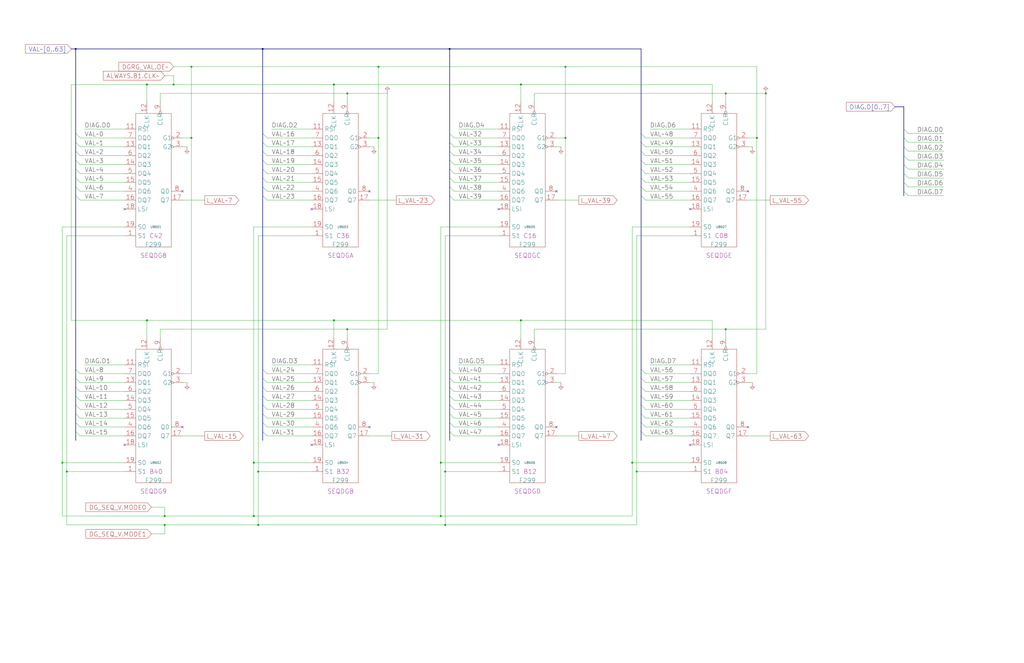
<source format=kicad_sch>
(kicad_sch (version 20250114) (generator "eeschema") (generator_version "9.0")
  (paper "User" 584.2 378.46)
  (title_block (title "DIAGNOSTIC REGISTER") (date "22-MAY-90") (rev "1.0") (comment 1 "SEQUENCER") (comment 2 "232-003064") (comment 3 "S400") (comment 4 "RELEASED"))
  (lib_symbols
    (symbol "r1000:F299" (pin_names (offset 1.016))
      (property "Reference" "U" (at 2.54 5.08 0))
      (property "Value" "F299" (at -3.81 -5.08 0))
      (property "Location" "___" (at -1.27 0 0))
      (property "Name" "______" (at 1.27 -12.7 0))
      (symbol "F299_1_1"
        (rectangle (start -8.89 69.85) (end 11.43 -6.35))
        (circle (center 5.08 70.485) (radius 0.635))
        (circle (center 12.065 55.88) (radius 0.635))
        (circle (center 12.065 50.8) (radius 0.635))
        (pin input line (at -15.24 60.96 0) (length 6.35) (name "RSI") (number "11"))
        (pin bidirectional line (at -15.24 55.88 0) (length 6.35) (name "DQ0") (number "7"))
        (pin bidirectional line (at -15.24 50.8 0) (length 6.35) (name "DQ1") (number "13"))
        (pin bidirectional line (at -15.24 45.72 0) (length 6.35) (name "DQ2") (number "6"))
        (pin bidirectional line (at -15.24 40.64 0) (length 6.35) (name "DQ3") (number "14"))
        (pin bidirectional line (at -15.24 35.56 0) (length 6.35) (name "DQ4") (number "5"))
        (pin bidirectional line (at -15.24 30.48 0) (length 6.35) (name "DQ5") (number "15"))
        (pin bidirectional line (at -15.24 25.4 0) (length 6.35) (name "DQ6") (number "4"))
        (pin bidirectional line (at -15.24 20.32 0) (length 6.35) (name "DQ7") (number "16"))
        (pin input line (at -15.24 15.24 0) (length 6.35) (name "LSI") (number "18"))
        (pin input line (at -15.24 5.08 0) (length 6.35) (name "S0") (number "19"))
        (pin input line (at -15.24 0 0) (length 6.35) (name "S1") (number "1"))
        (pin input line (at -2.54 76.2 270) (length 6.35) (name "CLK") (number "12"))
        (pin input line (at 5.08 76.2 270) (length 5.08) (name "CLR") (number "9"))
        (pin input line (at 17.78 55.88 180) (length 5.08) (name "G1") (number "2"))
        (pin input line (at 17.78 50.8 180) (length 5.08) (name "G2") (number "3"))
        (pin output line (at 17.78 25.4 180) (length 6.35) (name "Q0") (number "8"))
        (pin output line (at 17.78 20.32 180) (length 6.35) (name "Q7") (number "17"))
      )
    )
    (symbol "r1000:PD" (power) (pin_numbers (hide yes)) (pin_names (hide yes)) (in_bom no)
      (symbol "PD_0_1"
        (polyline (pts (xy 0 -2.54) (xy 1.27 -2.54) (xy 0 -3.81) (xy -1.27 -2.54) (xy 0 -2.54)) (stroke (width 0.1524)))
      )
      (symbol "PD_1_1"
        (pin power_in line (at 0 0 270) (length 2.54) (name "PD") (number "1"))
      )
    )
    (symbol "r1000:PU" (power) (pin_numbers (hide yes)) (pin_names (hide yes))
      (symbol "PU_0_1"
        (polyline (pts (xy 0 2.54) (xy -1.27 2.54) (xy 0 3.81) (xy 1.27 2.54) (xy 0 2.54)) (stroke (width 0.1524)))
      )
      (symbol "PU_1_1"
        (pin power_in line (at 0 0 90) (length 2.54) (name "PU") (number "1"))
      )
    )
  )
  (junction (at 190.5 48.26))
  (junction (at 43.18 27.94))
  (junction (at 431.8 78.74))
  (junction (at 414.02 53.34))
  (junction (at 254 269.24))
  (junction (at 198.12 187.96))
  (junction (at 147.32 299.72))
  (junction (at 414.02 187.96))
  (junction (at 360.68 264.16))
  (junction (at 198.12 53.34))
  (junction (at 363.22 269.24))
  (junction (at 93.98 294.64))
  (junction (at 93.98 299.72))
  (junction (at 38.1 269.24))
  (junction (at 83.82 182.88))
  (junction (at 251.46 264.16))
  (junction (at 147.32 269.24))
  (junction (at 322.58 38.1))
  (junction (at 35.56 264.16))
  (junction (at 297.18 182.88))
  (junction (at 251.46 294.64))
  (junction (at 436.88 53.34))
  (junction (at 109.22 78.74))
  (junction (at 109.22 38.1))
  (junction (at 144.78 294.64))
  (junction (at 215.9 38.1))
  (junction (at 144.78 264.16))
  (junction (at 215.9 78.74))
  (junction (at 190.5 182.88))
  (junction (at 149.86 27.94))
  (junction (at 297.18 48.26))
  (junction (at 254 299.72))
  (junction (at 83.82 48.26))
  (junction (at 322.58 78.74))
  (junction (at 99.06 48.26))
  (junction (at 256.54 27.94))
  (no_connect (at 104.14 109.22))
  (no_connect (at 317.5 243.84))
  (no_connect (at 284.48 254))
  (no_connect (at 284.48 119.38))
  (no_connect (at 393.7 119.38))
  (no_connect (at 177.8 119.38))
  (no_connect (at 317.5 109.22))
  (no_connect (at 426.72 109.22))
  (no_connect (at 177.8 254))
  (no_connect (at 426.72 243.84))
  (no_connect (at 210.82 243.84))
  (no_connect (at 393.7 254))
  (no_connect (at 71.12 254))
  (no_connect (at 210.82 109.22))
  (no_connect (at 71.12 119.38))
  (no_connect (at 104.14 243.84))
  (bus_entry (at 43.18 236.22) (size 2.54 2.54))
  (bus_entry (at 149.86 101.6) (size 2.54 2.54))
  (bus_entry (at 149.86 91.44) (size 2.54 2.54))
  (bus_entry (at 43.18 226.06) (size 2.54 2.54))
  (bus_entry (at 149.86 76.2) (size 2.54 2.54))
  (bus_entry (at 515.62 83.82) (size 2.54 2.54))
  (bus_entry (at 43.18 86.36) (size 2.54 2.54))
  (bus_entry (at 256.54 231.14) (size 2.54 2.54))
  (bus_entry (at 43.18 210.82) (size 2.54 2.54))
  (bus_entry (at 365.76 220.98) (size 2.54 2.54))
  (bus_entry (at 149.86 246.38) (size 2.54 2.54))
  (bus_entry (at 256.54 81.28) (size 2.54 2.54))
  (bus_entry (at 149.86 220.98) (size 2.54 2.54))
  (bus_entry (at 43.18 101.6) (size 2.54 2.54))
  (bus_entry (at 256.54 111.76) (size 2.54 2.54))
  (bus_entry (at 365.76 76.2) (size 2.54 2.54))
  (bus_entry (at 43.18 106.68) (size 2.54 2.54))
  (bus_entry (at 256.54 76.2) (size 2.54 2.54))
  (bus_entry (at 43.18 96.52) (size 2.54 2.54))
  (bus_entry (at 515.62 99.06) (size 2.54 2.54))
  (bus_entry (at 256.54 86.36) (size 2.54 2.54))
  (bus_entry (at 256.54 226.06) (size 2.54 2.54))
  (bus_entry (at 256.54 220.98) (size 2.54 2.54))
  (bus_entry (at 515.62 93.98) (size 2.54 2.54))
  (bus_entry (at 43.18 215.9) (size 2.54 2.54))
  (bus_entry (at 365.76 231.14) (size 2.54 2.54))
  (bus_entry (at 149.86 96.52) (size 2.54 2.54))
  (bus_entry (at 43.18 76.2) (size 2.54 2.54))
  (bus_entry (at 43.18 241.3) (size 2.54 2.54))
  (bus_entry (at 149.86 215.9) (size 2.54 2.54))
  (bus_entry (at 149.86 106.68) (size 2.54 2.54))
  (bus_entry (at 256.54 241.3) (size 2.54 2.54))
  (bus_entry (at 365.76 236.22) (size 2.54 2.54))
  (bus_entry (at 515.62 104.14) (size 2.54 2.54))
  (bus_entry (at 365.76 81.28) (size 2.54 2.54))
  (bus_entry (at 256.54 91.44) (size 2.54 2.54))
  (bus_entry (at 365.76 226.06) (size 2.54 2.54))
  (bus_entry (at 515.62 78.74) (size 2.54 2.54))
  (bus_entry (at 149.86 226.06) (size 2.54 2.54))
  (bus_entry (at 149.86 231.14) (size 2.54 2.54))
  (bus_entry (at 365.76 111.76) (size 2.54 2.54))
  (bus_entry (at 365.76 91.44) (size 2.54 2.54))
  (bus_entry (at 43.18 220.98) (size 2.54 2.54))
  (bus_entry (at 256.54 101.6) (size 2.54 2.54))
  (bus_entry (at 515.62 109.22) (size 2.54 2.54))
  (bus_entry (at 43.18 91.44) (size 2.54 2.54))
  (bus_entry (at 43.18 246.38) (size 2.54 2.54))
  (bus_entry (at 149.86 111.76) (size 2.54 2.54))
  (bus_entry (at 149.86 236.22) (size 2.54 2.54))
  (bus_entry (at 256.54 246.38) (size 2.54 2.54))
  (bus_entry (at 43.18 111.76) (size 2.54 2.54))
  (bus_entry (at 256.54 215.9) (size 2.54 2.54))
  (bus_entry (at 365.76 86.36) (size 2.54 2.54))
  (bus_entry (at 365.76 96.52) (size 2.54 2.54))
  (bus_entry (at 43.18 81.28) (size 2.54 2.54))
  (bus_entry (at 515.62 73.66) (size 2.54 2.54))
  (bus_entry (at 365.76 106.68) (size 2.54 2.54))
  (bus_entry (at 256.54 210.82) (size 2.54 2.54))
  (bus_entry (at 256.54 96.52) (size 2.54 2.54))
  (bus_entry (at 365.76 246.38) (size 2.54 2.54))
  (bus_entry (at 149.86 81.28) (size 2.54 2.54))
  (bus_entry (at 256.54 236.22) (size 2.54 2.54))
  (bus_entry (at 365.76 241.3) (size 2.54 2.54))
  (bus_entry (at 515.62 88.9) (size 2.54 2.54))
  (bus_entry (at 365.76 101.6) (size 2.54 2.54))
  (bus_entry (at 149.86 86.36) (size 2.54 2.54))
  (bus_entry (at 149.86 241.3) (size 2.54 2.54))
  (bus_entry (at 43.18 231.14) (size 2.54 2.54))
  (bus_entry (at 365.76 215.9) (size 2.54 2.54))
  (bus_entry (at 256.54 106.68) (size 2.54 2.54))
  (bus_entry (at 149.86 210.82) (size 2.54 2.54))
  (bus_entry (at 365.76 210.82) (size 2.54 2.54))
  (wire (pts (xy 152.4 83.82) (xy 177.8 83.82)))
  (bus (pts (xy 43.18 241.3) (xy 43.18 246.38)))
  (wire (pts (xy 48.26 208.28) (xy 71.12 208.28)))
  (bus (pts (xy 149.86 231.14) (xy 149.86 236.22)))
  (wire (pts (xy 322.58 38.1) (xy 431.8 38.1)))
  (wire (pts (xy 45.72 248.92) (xy 71.12 248.92)))
  (wire (pts (xy 45.72 99.06) (xy 71.12 99.06)))
  (wire (pts (xy 152.4 109.22) (xy 177.8 109.22)))
  (bus (pts (xy 256.54 111.76) (xy 256.54 210.82)))
  (wire (pts (xy 91.44 58.42) (xy 91.44 53.34)))
  (wire (pts (xy 45.72 243.84) (xy 71.12 243.84)))
  (bus (pts (xy 43.18 27.94) (xy 43.18 76.2)))
  (wire (pts (xy 368.3 238.76) (xy 393.7 238.76)))
  (bus (pts (xy 365.76 231.14) (xy 365.76 236.22)))
  (wire (pts (xy 45.72 218.44) (xy 71.12 218.44)))
  (wire (pts (xy 297.18 193.04) (xy 297.18 182.88)))
  (wire (pts (xy 368.3 213.36) (xy 393.7 213.36)))
  (wire (pts (xy 259.08 228.6) (xy 284.48 228.6)))
  (wire (pts (xy 368.3 223.52) (xy 393.7 223.52)))
  (wire (pts (xy 254 269.24) (xy 254 134.62)))
  (wire (pts (xy 518.16 86.36) (xy 538.48 86.36)))
  (bus (pts (xy 365.76 106.68) (xy 365.76 111.76)))
  (wire (pts (xy 93.98 294.64) (xy 144.78 294.64)))
  (bus (pts (xy 365.76 76.2) (xy 365.76 81.28)))
  (wire (pts (xy 317.5 114.3) (xy 330.2 114.3)))
  (bus (pts (xy 256.54 27.94) (xy 256.54 76.2)))
  (wire (pts (xy 104.14 114.3) (xy 116.84 114.3)))
  (wire (pts (xy 109.22 38.1) (xy 215.9 38.1)))
  (wire (pts (xy 45.72 238.76) (xy 71.12 238.76)))
  (bus (pts (xy 149.86 215.9) (xy 149.86 220.98)))
  (wire (pts (xy 45.72 114.3) (xy 71.12 114.3)))
  (wire (pts (xy 317.5 83.82) (xy 320.04 83.82)))
  (wire (pts (xy 426.72 213.36) (xy 431.8 213.36)))
  (wire (pts (xy 104.14 213.36) (xy 109.22 213.36)))
  (bus (pts (xy 256.54 101.6) (xy 256.54 106.68)))
  (wire (pts (xy 35.56 294.64) (xy 93.98 294.64)))
  (wire (pts (xy 152.4 88.9) (xy 177.8 88.9)))
  (bus (pts (xy 256.54 76.2) (xy 256.54 81.28)))
  (bus (pts (xy 365.76 101.6) (xy 365.76 106.68)))
  (bus (pts (xy 43.18 220.98) (xy 43.18 226.06)))
  (bus (pts (xy 256.54 226.06) (xy 256.54 231.14)))
  (wire (pts (xy 83.82 48.26) (xy 99.06 48.26)))
  (wire (pts (xy 104.14 248.92) (xy 116.84 248.92)))
  (wire (pts (xy 144.78 294.64) (xy 144.78 264.16)))
  (wire (pts (xy 220.98 187.96) (xy 198.12 187.96)))
  (wire (pts (xy 251.46 264.16) (xy 251.46 129.54)))
  (wire (pts (xy 370.84 73.66) (xy 393.7 73.66)))
  (wire (pts (xy 152.4 243.84) (xy 177.8 243.84)))
  (wire (pts (xy 259.08 213.36) (xy 284.48 213.36)))
  (wire (pts (xy 147.32 299.72) (xy 147.32 269.24)))
  (wire (pts (xy 368.3 78.74) (xy 393.7 78.74)))
  (wire (pts (xy 104.14 78.74) (xy 109.22 78.74)))
  (wire (pts (xy 210.82 83.82) (xy 213.36 83.82)))
  (wire (pts (xy 45.72 228.6) (xy 71.12 228.6)))
  (wire (pts (xy 297.18 48.26) (xy 297.18 58.42)))
  (wire (pts (xy 251.46 294.64) (xy 360.68 294.64)))
  (wire (pts (xy 368.3 248.92) (xy 393.7 248.92)))
  (bus (pts (xy 149.86 111.76) (xy 149.86 210.82)))
  (wire (pts (xy 259.08 104.14) (xy 284.48 104.14)))
  (wire (pts (xy 304.8 58.42) (xy 304.8 53.34)))
  (wire (pts (xy 45.72 78.74) (xy 71.12 78.74)))
  (wire (pts (xy 261.62 208.28) (xy 284.48 208.28)))
  (bus (pts (xy 365.76 27.94) (xy 365.76 76.2)))
  (bus (pts (xy 256.54 241.3) (xy 256.54 246.38)))
  (wire (pts (xy 154.94 73.66) (xy 177.8 73.66)))
  (wire (pts (xy 363.22 269.24) (xy 393.7 269.24)))
  (wire (pts (xy 35.56 264.16) (xy 71.12 264.16)))
  (wire (pts (xy 147.32 134.62) (xy 177.8 134.62)))
  (bus (pts (xy 149.86 220.98) (xy 149.86 226.06)))
  (wire (pts (xy 190.5 58.42) (xy 190.5 48.26)))
  (wire (pts (xy 210.82 218.44) (xy 213.36 218.44)))
  (wire (pts (xy 45.72 93.98) (xy 71.12 93.98)))
  (wire (pts (xy 40.64 48.26) (xy 83.82 48.26)))
  (wire (pts (xy 152.4 99.06) (xy 177.8 99.06)))
  (wire (pts (xy 363.22 299.72) (xy 363.22 269.24)))
  (wire (pts (xy 518.16 81.28) (xy 538.48 81.28)))
  (wire (pts (xy 259.08 109.22) (xy 284.48 109.22)))
  (wire (pts (xy 91.44 187.96) (xy 91.44 193.04)))
  (wire (pts (xy 426.72 248.92) (xy 439.42 248.92)))
  (wire (pts (xy 215.9 213.36) (xy 215.9 78.74)))
  (wire (pts (xy 259.08 114.3) (xy 284.48 114.3)))
  (wire (pts (xy 38.1 134.62) (xy 38.1 269.24)))
  (wire (pts (xy 259.08 88.9) (xy 284.48 88.9)))
  (bus (pts (xy 43.18 101.6) (xy 43.18 106.68)))
  (wire (pts (xy 254 134.62) (xy 284.48 134.62)))
  (wire (pts (xy 45.72 233.68) (xy 71.12 233.68)))
  (wire (pts (xy 152.4 233.68) (xy 177.8 233.68)))
  (wire (pts (xy 83.82 182.88) (xy 190.5 182.88)))
  (bus (pts (xy 149.86 236.22) (xy 149.86 241.3)))
  (bus (pts (xy 43.18 226.06) (xy 43.18 231.14)))
  (wire (pts (xy 261.62 73.66) (xy 284.48 73.66)))
  (wire (pts (xy 518.16 96.52) (xy 538.48 96.52)))
  (wire (pts (xy 220.98 53.34) (xy 220.98 187.96)))
  (wire (pts (xy 251.46 264.16) (xy 284.48 264.16)))
  (wire (pts (xy 210.82 213.36) (xy 215.9 213.36)))
  (wire (pts (xy 99.06 43.18) (xy 99.06 48.26)))
  (wire (pts (xy 210.82 248.92) (xy 223.52 248.92)))
  (wire (pts (xy 414.02 53.34) (xy 436.88 53.34)))
  (wire (pts (xy 86.36 289.56) (xy 93.98 289.56)))
  (wire (pts (xy 83.82 193.04) (xy 83.82 182.88)))
  (wire (pts (xy 215.9 38.1) (xy 322.58 38.1)))
  (wire (pts (xy 368.3 109.22) (xy 393.7 109.22)))
  (wire (pts (xy 45.72 83.82) (xy 71.12 83.82)))
  (wire (pts (xy 152.4 218.44) (xy 177.8 218.44)))
  (bus (pts (xy 365.76 246.38) (xy 365.76 251.46)))
  (bus (pts (xy 256.54 91.44) (xy 256.54 96.52)))
  (bus (pts (xy 365.76 86.36) (xy 365.76 91.44)))
  (wire (pts (xy 317.5 213.36) (xy 322.58 213.36)))
  (wire (pts (xy 152.4 228.6) (xy 177.8 228.6)))
  (wire (pts (xy 86.36 304.8) (xy 93.98 304.8)))
  (bus (pts (xy 365.76 96.52) (xy 365.76 101.6)))
  (wire (pts (xy 144.78 264.16) (xy 144.78 129.54)))
  (wire (pts (xy 259.08 93.98) (xy 284.48 93.98)))
  (bus (pts (xy 43.18 106.68) (xy 43.18 111.76)))
  (wire (pts (xy 48.26 73.66) (xy 71.12 73.66)))
  (wire (pts (xy 360.68 294.64) (xy 360.68 264.16)))
  (bus (pts (xy 515.62 60.96) (xy 515.62 73.66)))
  (wire (pts (xy 363.22 269.24) (xy 363.22 134.62)))
  (wire (pts (xy 414.02 187.96) (xy 414.02 193.04)))
  (wire (pts (xy 254 269.24) (xy 284.48 269.24)))
  (bus (pts (xy 515.62 109.22) (xy 515.62 111.76)))
  (wire (pts (xy 38.1 269.24) (xy 71.12 269.24)))
  (wire (pts (xy 152.4 114.3) (xy 177.8 114.3)))
  (wire (pts (xy 426.72 78.74) (xy 431.8 78.74)))
  (bus (pts (xy 149.86 96.52) (xy 149.86 101.6)))
  (wire (pts (xy 259.08 248.92) (xy 284.48 248.92)))
  (wire (pts (xy 38.1 269.24) (xy 38.1 299.72)))
  (wire (pts (xy 190.5 182.88) (xy 297.18 182.88)))
  (wire (pts (xy 254 299.72) (xy 254 269.24)))
  (wire (pts (xy 99.06 48.26) (xy 190.5 48.26)))
  (wire (pts (xy 317.5 218.44) (xy 320.04 218.44)))
  (wire (pts (xy 259.08 243.84) (xy 284.48 243.84)))
  (wire (pts (xy 198.12 187.96) (xy 91.44 187.96)))
  (wire (pts (xy 426.72 218.44) (xy 429.26 218.44)))
  (wire (pts (xy 317.5 78.74) (xy 322.58 78.74)))
  (wire (pts (xy 368.3 88.9) (xy 393.7 88.9)))
  (wire (pts (xy 144.78 129.54) (xy 177.8 129.54)))
  (bus (pts (xy 256.54 86.36) (xy 256.54 91.44)))
  (bus (pts (xy 256.54 96.52) (xy 256.54 101.6)))
  (wire (pts (xy 99.06 38.1) (xy 109.22 38.1)))
  (wire (pts (xy 368.3 243.84) (xy 393.7 243.84)))
  (wire (pts (xy 322.58 38.1) (xy 322.58 78.74)))
  (bus (pts (xy 43.18 231.14) (xy 43.18 236.22)))
  (wire (pts (xy 368.3 233.68) (xy 393.7 233.68)))
  (bus (pts (xy 149.86 241.3) (xy 149.86 246.38)))
  (bus (pts (xy 149.86 86.36) (xy 149.86 91.44)))
  (bus (pts (xy 365.76 111.76) (xy 365.76 210.82)))
  (wire (pts (xy 360.68 264.16) (xy 360.68 129.54)))
  (wire (pts (xy 304.8 187.96) (xy 414.02 187.96)))
  (wire (pts (xy 144.78 294.64) (xy 251.46 294.64)))
  (bus (pts (xy 149.86 27.94) (xy 256.54 27.94)))
  (wire (pts (xy 370.84 208.28) (xy 393.7 208.28)))
  (bus (pts (xy 256.54 215.9) (xy 256.54 220.98)))
  (wire (pts (xy 198.12 187.96) (xy 198.12 193.04)))
  (bus (pts (xy 149.86 101.6) (xy 149.86 106.68)))
  (bus (pts (xy 365.76 236.22) (xy 365.76 241.3)))
  (bus (pts (xy 365.76 241.3) (xy 365.76 246.38)))
  (wire (pts (xy 251.46 294.64) (xy 251.46 264.16)))
  (wire (pts (xy 259.08 238.76) (xy 284.48 238.76)))
  (bus (pts (xy 43.18 91.44) (xy 43.18 96.52)))
  (wire (pts (xy 368.3 228.6) (xy 393.7 228.6)))
  (wire (pts (xy 109.22 78.74) (xy 109.22 38.1)))
  (wire (pts (xy 45.72 109.22) (xy 71.12 109.22)))
  (bus (pts (xy 256.54 27.94) (xy 365.76 27.94)))
  (wire (pts (xy 518.16 111.76) (xy 538.48 111.76)))
  (bus (pts (xy 365.76 81.28) (xy 365.76 86.36)))
  (wire (pts (xy 91.44 53.34) (xy 198.12 53.34)))
  (wire (pts (xy 93.98 299.72) (xy 147.32 299.72)))
  (wire (pts (xy 210.82 78.74) (xy 215.9 78.74)))
  (bus (pts (xy 256.54 220.98) (xy 256.54 226.06)))
  (wire (pts (xy 368.3 93.98) (xy 393.7 93.98)))
  (wire (pts (xy 104.14 218.44) (xy 106.68 218.44)))
  (wire (pts (xy 368.3 99.06) (xy 393.7 99.06)))
  (bus (pts (xy 515.62 99.06) (xy 515.62 104.14)))
  (wire (pts (xy 190.5 193.04) (xy 190.5 182.88)))
  (bus (pts (xy 149.86 91.44) (xy 149.86 96.52)))
  (bus (pts (xy 510.54 60.96) (xy 515.62 60.96)))
  (bus (pts (xy 149.86 81.28) (xy 149.86 86.36)))
  (wire (pts (xy 71.12 129.54) (xy 35.56 129.54)))
  (wire (pts (xy 259.08 223.52) (xy 284.48 223.52)))
  (bus (pts (xy 515.62 104.14) (xy 515.62 109.22)))
  (bus (pts (xy 515.62 93.98) (xy 515.62 99.06)))
  (bus (pts (xy 515.62 83.82) (xy 515.62 88.9)))
  (wire (pts (xy 152.4 248.92) (xy 177.8 248.92)))
  (wire (pts (xy 45.72 88.9) (xy 71.12 88.9)))
  (wire (pts (xy 210.82 114.3) (xy 226.06 114.3)))
  (wire (pts (xy 71.12 134.62) (xy 38.1 134.62)))
  (bus (pts (xy 256.54 231.14) (xy 256.54 236.22)))
  (bus (pts (xy 43.18 246.38) (xy 43.18 251.46)))
  (bus (pts (xy 515.62 73.66) (xy 515.62 78.74)))
  (bus (pts (xy 43.18 215.9) (xy 43.18 220.98)))
  (bus (pts (xy 43.18 27.94) (xy 149.86 27.94)))
  (wire (pts (xy 414.02 53.34) (xy 414.02 58.42)))
  (wire (pts (xy 152.4 213.36) (xy 177.8 213.36)))
  (wire (pts (xy 368.3 83.82) (xy 393.7 83.82)))
  (wire (pts (xy 152.4 238.76) (xy 177.8 238.76)))
  (wire (pts (xy 368.3 104.14) (xy 393.7 104.14)))
  (wire (pts (xy 38.1 299.72) (xy 93.98 299.72)))
  (wire (pts (xy 152.4 93.98) (xy 177.8 93.98)))
  (wire (pts (xy 368.3 218.44) (xy 393.7 218.44)))
  (bus (pts (xy 515.62 88.9) (xy 515.62 93.98)))
  (wire (pts (xy 406.4 193.04) (xy 406.4 182.88)))
  (wire (pts (xy 414.02 187.96) (xy 436.88 187.96)))
  (wire (pts (xy 147.32 269.24) (xy 177.8 269.24)))
  (wire (pts (xy 35.56 264.16) (xy 35.56 294.64)))
  (wire (pts (xy 144.78 264.16) (xy 177.8 264.16)))
  (wire (pts (xy 251.46 129.54) (xy 284.48 129.54)))
  (wire (pts (xy 83.82 182.88) (xy 40.64 182.88)))
  (bus (pts (xy 365.76 210.82) (xy 365.76 215.9)))
  (wire (pts (xy 436.88 187.96) (xy 436.88 53.34)))
  (bus (pts (xy 256.54 81.28) (xy 256.54 86.36)))
  (bus (pts (xy 149.86 226.06) (xy 149.86 231.14)))
  (wire (pts (xy 518.16 91.44) (xy 538.48 91.44)))
  (bus (pts (xy 256.54 210.82) (xy 256.54 215.9)))
  (wire (pts (xy 304.8 53.34) (xy 414.02 53.34)))
  (wire (pts (xy 198.12 53.34) (xy 198.12 58.42)))
  (wire (pts (xy 431.8 38.1) (xy 431.8 78.74)))
  (wire (pts (xy 147.32 299.72) (xy 254 299.72)))
  (bus (pts (xy 43.18 86.36) (xy 43.18 91.44)))
  (wire (pts (xy 147.32 269.24) (xy 147.32 134.62)))
  (wire (pts (xy 518.16 106.68) (xy 538.48 106.68)))
  (bus (pts (xy 515.62 78.74) (xy 515.62 83.82)))
  (wire (pts (xy 317.5 248.92) (xy 330.2 248.92)))
  (wire (pts (xy 104.14 83.82) (xy 106.68 83.82)))
  (bus (pts (xy 43.18 111.76) (xy 43.18 210.82)))
  (wire (pts (xy 406.4 58.42) (xy 406.4 48.26)))
  (wire (pts (xy 518.16 101.6) (xy 538.48 101.6)))
  (wire (pts (xy 304.8 193.04) (xy 304.8 187.96)))
  (wire (pts (xy 83.82 58.42) (xy 83.82 48.26)))
  (wire (pts (xy 93.98 304.8) (xy 93.98 299.72)))
  (wire (pts (xy 45.72 213.36) (xy 71.12 213.36)))
  (wire (pts (xy 109.22 213.36) (xy 109.22 78.74)))
  (wire (pts (xy 297.18 182.88) (xy 406.4 182.88)))
  (bus (pts (xy 365.76 226.06) (xy 365.76 231.14)))
  (wire (pts (xy 259.08 233.68) (xy 284.48 233.68)))
  (bus (pts (xy 256.54 246.38) (xy 256.54 251.46)))
  (bus (pts (xy 149.86 210.82) (xy 149.86 215.9)))
  (wire (pts (xy 152.4 78.74) (xy 177.8 78.74)))
  (wire (pts (xy 426.72 114.3) (xy 439.42 114.3)))
  (bus (pts (xy 149.86 246.38) (xy 149.86 251.46)))
  (wire (pts (xy 426.72 83.82) (xy 429.26 83.82)))
  (bus (pts (xy 149.86 76.2) (xy 149.86 81.28)))
  (wire (pts (xy 259.08 218.44) (xy 284.48 218.44)))
  (bus (pts (xy 365.76 215.9) (xy 365.76 220.98)))
  (wire (pts (xy 259.08 99.06) (xy 284.48 99.06)))
  (bus (pts (xy 43.18 76.2) (xy 43.18 81.28)))
  (bus (pts (xy 149.86 106.68) (xy 149.86 111.76)))
  (bus (pts (xy 43.18 81.28) (xy 43.18 86.36)))
  (bus (pts (xy 256.54 106.68) (xy 256.54 111.76)))
  (wire (pts (xy 40.64 182.88) (xy 40.64 48.26)))
  (wire (pts (xy 406.4 48.26) (xy 297.18 48.26)))
  (bus (pts (xy 43.18 236.22) (xy 43.18 241.3)))
  (bus (pts (xy 365.76 91.44) (xy 365.76 96.52)))
  (wire (pts (xy 93.98 43.18) (xy 99.06 43.18)))
  (wire (pts (xy 152.4 104.14) (xy 177.8 104.14)))
  (wire (pts (xy 152.4 223.52) (xy 177.8 223.52)))
  (wire (pts (xy 363.22 134.62) (xy 393.7 134.62)))
  (wire (pts (xy 190.5 48.26) (xy 297.18 48.26)))
  (wire (pts (xy 45.72 223.52) (xy 71.12 223.52)))
  (wire (pts (xy 360.68 129.54) (xy 393.7 129.54)))
  (wire (pts (xy 431.8 213.36) (xy 431.8 78.74)))
  (wire (pts (xy 254 299.72) (xy 363.22 299.72)))
  (wire (pts (xy 35.56 129.54) (xy 35.56 264.16)))
  (bus (pts (xy 40.64 27.94) (xy 43.18 27.94)))
  (wire (pts (xy 360.68 264.16) (xy 393.7 264.16)))
  (wire (pts (xy 322.58 213.36) (xy 322.58 78.74)))
  (wire (pts (xy 93.98 289.56) (xy 93.98 294.64)))
  (bus (pts (xy 256.54 236.22) (xy 256.54 241.3)))
  (bus (pts (xy 149.86 27.94) (xy 149.86 76.2)))
  (wire (pts (xy 215.9 38.1) (xy 215.9 78.74)))
  (bus (pts (xy 43.18 96.52) (xy 43.18 101.6)))
  (wire (pts (xy 259.08 83.82) (xy 284.48 83.82)))
  (wire (pts (xy 45.72 104.14) (xy 71.12 104.14)))
  (bus (pts (xy 365.76 220.98) (xy 365.76 226.06)))
  (bus (pts (xy 43.18 210.82) (xy 43.18 215.9)))
  (wire (pts (xy 518.16 76.2) (xy 538.48 76.2)))
  (wire (pts (xy 259.08 78.74) (xy 284.48 78.74)))
  (wire (pts (xy 368.3 114.3) (xy 393.7 114.3)))
  (wire (pts (xy 198.12 53.34) (xy 220.98 53.34)))
  (wire (pts (xy 154.94 208.28) (xy 177.8 208.28)))
  (label "VAL~34" (at 261.62 88.9 0) (effects (font (size 2.54 2.54))))
  (label "VAL~1" (at 48.26 83.82 0) (effects (font (size 2.54 2.54))))
  (label "VAL~53" (at 370.84 104.14 0) (effects (font (size 2.54 2.54))))
  (label "VAL~46" (at 261.62 243.84 0) (effects (font (size 2.54 2.54))))
  (label "VAL~62" (at 370.84 243.84 0) (effects (font (size 2.54 2.54))))
  (label "VAL~43" (at 261.62 228.6 0) (effects (font (size 2.54 2.54))))
  (label "DIAG.D1" (at 48.26 208.28 0) (effects (font (size 2.54 2.54))))
  (label "VAL~35" (at 261.62 93.98 0) (effects (font (size 2.54 2.54))))
  (label "VAL~28" (at 154.94 233.68 0) (effects (font (size 2.54 2.54))))
  (label "VAL~30" (at 154.94 243.84 0) (effects (font (size 2.54 2.54))))
  (label "VAL~24" (at 154.94 213.36 0) (effects (font (size 2.54 2.54))))
  (label "VAL~61" (at 370.84 238.76 0) (effects (font (size 2.54 2.54))))
  (label "VAL~63" (at 370.84 248.92 0) (effects (font (size 2.54 2.54))))
  (label "DIAG.D4" (at 261.62 73.66 0) (effects (font (size 2.54 2.54))))
  (label "VAL~51" (at 370.84 93.98 0) (effects (font (size 2.54 2.54))))
  (label "DIAG.D5" (at 523.24 101.6 0) (effects (font (size 2.54 2.54))))
  (label "VAL~37" (at 261.62 104.14 0) (effects (font (size 2.54 2.54))))
  (label "VAL~18" (at 154.94 88.9 0) (effects (font (size 2.54 2.54))))
  (label "VAL~15" (at 48.26 248.92 0) (effects (font (size 2.54 2.54))))
  (label "VAL~26" (at 154.94 223.52 0) (effects (font (size 2.54 2.54))))
  (label "VAL~38" (at 261.62 109.22 0) (effects (font (size 2.54 2.54))))
  (label "VAL~45" (at 261.62 238.76 0) (effects (font (size 2.54 2.54))))
  (label "VAL~33" (at 261.62 83.82 0) (effects (font (size 2.54 2.54))))
  (label "VAL~12" (at 48.26 233.68 0) (effects (font (size 2.54 2.54))))
  (label "VAL~58" (at 370.84 223.52 0) (effects (font (size 2.54 2.54))))
  (label "DIAG.D6" (at 523.24 106.68 0) (effects (font (size 2.54 2.54))))
  (label "VAL~9" (at 48.26 218.44 0) (effects (font (size 2.54 2.54))))
  (label "VAL~60" (at 370.84 233.68 0) (effects (font (size 2.54 2.54))))
  (label "DIAG.D6" (at 370.84 73.66 0) (effects (font (size 2.54 2.54))))
  (label "VAL~16" (at 154.94 78.74 0) (effects (font (size 2.54 2.54))))
  (label "VAL~59" (at 370.84 228.6 0) (effects (font (size 2.54 2.54))))
  (label "DIAG.D0" (at 48.26 73.66 0) (effects (font (size 2.54 2.54))))
  (label "VAL~8" (at 48.26 213.36 0) (effects (font (size 2.54 2.54))))
  (label "DIAG.D2" (at 523.24 86.36 0) (effects (font (size 2.54 2.54))))
  (label "VAL~17" (at 154.94 83.82 0) (effects (font (size 2.54 2.54))))
  (label "DIAG.D7" (at 523.24 111.76 0) (effects (font (size 2.54 2.54))))
  (label "DIAG.D0" (at 523.24 76.2 0) (effects (font (size 2.54 2.54))))
  (label "VAL~47" (at 261.62 248.92 0) (effects (font (size 2.54 2.54))))
  (label "DIAG.D4" (at 523.24 96.52 0) (effects (font (size 2.54 2.54))))
  (label "VAL~22" (at 154.94 109.22 0) (effects (font (size 2.54 2.54))))
  (label "VAL~25" (at 154.94 218.44 0) (effects (font (size 2.54 2.54))))
  (label "VAL~31" (at 154.94 248.92 0) (effects (font (size 2.54 2.54))))
  (label "VAL~36" (at 261.62 99.06 0) (effects (font (size 2.54 2.54))))
  (label "VAL~7" (at 48.26 114.3 0) (effects (font (size 2.54 2.54))))
  (label "VAL~29" (at 154.94 238.76 0) (effects (font (size 2.54 2.54))))
  (label "VAL~39" (at 261.62 114.3 0) (effects (font (size 2.54 2.54))))
  (label "VAL~13" (at 48.26 238.76 0) (effects (font (size 2.54 2.54))))
  (label "VAL~14" (at 48.26 243.84 0) (effects (font (size 2.54 2.54))))
  (label "VAL~21" (at 154.94 104.14 0) (effects (font (size 2.54 2.54))))
  (label "VAL~55" (at 370.84 114.3 0) (effects (font (size 2.54 2.54))))
  (label "VAL~48" (at 370.84 78.74 0) (effects (font (size 2.54 2.54))))
  (label "VAL~4" (at 48.26 99.06 0) (effects (font (size 2.54 2.54))))
  (label "DIAG.D7" (at 370.84 208.28 0) (effects (font (size 2.54 2.54))))
  (label "VAL~2" (at 48.26 88.9 0) (effects (font (size 2.54 2.54))))
  (label "VAL~32" (at 261.62 78.74 0) (effects (font (size 2.54 2.54))))
  (label "VAL~44" (at 261.62 233.68 0) (effects (font (size 2.54 2.54))))
  (label "VAL~57" (at 370.84 218.44 0) (effects (font (size 2.54 2.54))))
  (label "VAL~40" (at 261.62 213.36 0) (effects (font (size 2.54 2.54))))
  (label "VAL~0" (at 48.26 78.74 0) (effects (font (size 2.54 2.54))))
  (label "VAL~50" (at 370.84 88.9 0) (effects (font (size 2.54 2.54))))
  (label "VAL~41" (at 261.62 218.44 0) (effects (font (size 2.54 2.54))))
  (label "VAL~54" (at 370.84 109.22 0) (effects (font (size 2.54 2.54))))
  (label "VAL~56" (at 370.84 213.36 0) (effects (font (size 2.54 2.54))))
  (label "VAL~52" (at 370.84 99.06 0) (effects (font (size 2.54 2.54))))
  (label "VAL~3" (at 48.26 93.98 0) (effects (font (size 2.54 2.54))))
  (label "VAL~19" (at 154.94 93.98 0) (effects (font (size 2.54 2.54))))
  (label "VAL~10" (at 48.26 223.52 0) (effects (font (size 2.54 2.54))))
  (label "VAL~11" (at 48.26 228.6 0) (effects (font (size 2.54 2.54))))
  (label "VAL~27" (at 154.94 228.6 0) (effects (font (size 2.54 2.54))))
  (label "DIAG.D3" (at 523.24 91.44 0) (effects (font (size 2.54 2.54))))
  (label "DIAG.D5" (at 261.62 208.28 0) (effects (font (size 2.54 2.54))))
  (label "VAL~42" (at 261.62 223.52 0) (effects (font (size 2.54 2.54))))
  (label "DIAG.D3" (at 154.94 208.28 0) (effects (font (size 2.54 2.54))))
  (label "VAL~20" (at 154.94 99.06 0) (effects (font (size 2.54 2.54))))
  (label "DIAG.D1" (at 523.24 81.28 0) (effects (font (size 2.54 2.54))))
  (label "DIAG.D2" (at 154.94 73.66 0) (effects (font (size 2.54 2.54))))
  (label "VAL~49" (at 370.84 83.82 0) (effects (font (size 2.54 2.54))))
  (label "VAL~23" (at 154.94 114.3 0) (effects (font (size 2.54 2.54))))
  (label "VAL~5" (at 48.26 104.14 0) (effects (font (size 2.54 2.54))))
  (label "VAL~6" (at 48.26 109.22 0) (effects (font (size 2.54 2.54))))
  (global_label "L_VAL~55" (shape output) (at 439.42 114.3 0) (effects (font (size 2.54 2.54))) (property "Intersheetrefs" "${INTERSHEET_REFS}" (at 461.3003 114.1413 0) (effects (font (size 1.905 1.905)) (justify left))))
  (global_label "DIAG.D[0..7]" (shape input) (at 510.54 60.96 180) (effects (font (size 2.54 2.54))) (property "Intersheetrefs" "${INTERSHEET_REFS}" (at 482.854 60.8013 0) (effects (font (size 1.905 1.905)) (justify right))))
  (global_label "L_VAL~31" (shape output) (at 223.52 248.92 0) (effects (font (size 2.54 2.54))) (property "Intersheetrefs" "${INTERSHEET_REFS}" (at 245.4003 248.7613 0) (effects (font (size 1.905 1.905)) (justify left))))
  (global_label "L_VAL~7" (shape output) (at 116.84 114.3 0) (effects (font (size 2.54 2.54))) (property "Intersheetrefs" "${INTERSHEET_REFS}" (at 136.3012 114.1413 0) (effects (font (size 1.905 1.905)) (justify left))))
  (global_label "DGRG_VAL.OE~" (shape input) (at 99.06 38.1 180) (effects (font (size 2.54 2.54))) (property "Intersheetrefs" "${INTERSHEET_REFS}" (at 67.7454 37.9413 0) (effects (font (size 1.905 1.905)) (justify right))))
  (global_label "DG_SEQ_V.MODE0" (shape input) (at 86.36 289.56 180) (effects (font (size 2.54 2.54))) (property "Intersheetrefs" "${INTERSHEET_REFS}" (at 48.9978 289.4013 0) (effects (font (size 1.905 1.905)) (justify right))))
  (global_label "DG_SEQ_V.MODE1" (shape input) (at 86.36 304.8 180) (effects (font (size 2.54 2.54))) (property "Intersheetrefs" "${INTERSHEET_REFS}" (at 48.9978 304.6413 0) (effects (font (size 1.905 1.905)) (justify right))))
  (global_label "L_VAL~23" (shape output) (at 226.06 114.3 0) (effects (font (size 2.54 2.54))) (property "Intersheetrefs" "${INTERSHEET_REFS}" (at 247.9403 114.1413 0) (effects (font (size 1.905 1.905)) (justify left))))
  (global_label "L_VAL~63" (shape output) (at 439.42 248.92 0) (effects (font (size 2.54 2.54))) (property "Intersheetrefs" "${INTERSHEET_REFS}" (at 461.3003 248.7613 0) (effects (font (size 1.905 1.905)) (justify left))))
  (global_label "L_VAL~15" (shape output) (at 116.84 248.92 0) (effects (font (size 2.54 2.54))) (property "Intersheetrefs" "${INTERSHEET_REFS}" (at 138.7203 248.7613 0) (effects (font (size 1.905 1.905)) (justify left))))
  (global_label "VAL~[0..63]" (shape input) (at 40.64 27.94 180) (effects (font (size 2.54 2.54))) (property "Intersheetrefs" "${INTERSHEET_REFS}" (at 14.5264 27.7813 0) (effects (font (size 1.905 1.905)) (justify right))))
  (global_label "ALWAYS.B1.CLK~" (shape input) (at 93.98 43.18 180) (effects (font (size 2.54 2.54))) (property "Intersheetrefs" "${INTERSHEET_REFS}" (at 58.9159 43.0213 0) (effects (font (size 1.905 1.905)) (justify right))))
  (global_label "L_VAL~47" (shape output) (at 330.2 248.92 0) (effects (font (size 2.54 2.54))) (property "Intersheetrefs" "${INTERSHEET_REFS}" (at 352.0803 248.7613 0) (effects (font (size 1.905 1.905)) (justify left))))
  (global_label "L_VAL~39" (shape output) (at 330.2 114.3 0) (effects (font (size 2.54 2.54))) (property "Intersheetrefs" "${INTERSHEET_REFS}" (at 352.0803 114.1413 0) (effects (font (size 1.905 1.905)) (justify left))))
  (symbol (lib_id "r1000:PD") (at 429.26 83.82 0) (unit 1) (in_bom no)
    (property "Reference" "#PWR08607" (effects (hide yes)))
    (property "Value" "PD" (effects (hide yes)))
  )
  (symbol (lib_id "r1000:PD") (at 320.04 218.44 0) (unit 1) (in_bom no)
    (property "Reference" "#PWR08606" (effects (hide yes)))
    (property "Value" "PD" (effects (hide yes)))
  )
  (symbol (lib_id "r1000:PD") (at 429.26 218.44 0) (unit 1) (in_bom no)
    (property "Reference" "#PWR08608" (effects (hide yes)))
    (property "Value" "PD" (effects (hide yes)))
  )
  (symbol (lib_id "r1000:F299") (at 193.04 134.62 0) (unit 1)
    (property "Reference" "U8603" (at 195.58 129.54 0))
    (property "Value" "F299" (at 189.23 139.7 0) (effects (font (size 2.54 2.54)) (justify left)))
    (property "Location" "C36" (at 191.77 134.62 0) (effects (font (size 2.54 2.54)) (justify left)))
    (property "Name" "SEQDGA" (at 194.31 147.32 0) (effects (font (size 2.54 2.54)) (justify bottom)))
  )
  (symbol (lib_id "r1000:F299") (at 408.94 269.24 0) (unit 1)
    (property "Reference" "U8608" (at 411.48 264.16 0))
    (property "Value" "F299" (at 405.13 274.32 0) (effects (font (size 2.54 2.54)) (justify left)))
    (property "Location" "B04" (at 407.67 269.24 0) (effects (font (size 2.54 2.54)) (justify left)))
    (property "Name" "SEQDGF" (at 410.21 281.94 0) (effects (font (size 2.54 2.54)) (justify bottom)))
  )
  (symbol (lib_id "r1000:PD") (at 106.68 218.44 0) (unit 1) (in_bom no)
    (property "Reference" "#PWR08602" (effects (hide yes)))
    (property "Value" "PD" (effects (hide yes)))
  )
  (symbol (lib_id "r1000:F299") (at 299.72 134.62 0) (unit 1)
    (property "Reference" "U8605" (at 302.26 129.54 0))
    (property "Value" "F299" (at 295.91 139.7 0) (effects (font (size 2.54 2.54)) (justify left)))
    (property "Location" "C16" (at 298.45 134.62 0) (effects (font (size 2.54 2.54)) (justify left)))
    (property "Name" "SEQDGC" (at 300.99 147.32 0) (effects (font (size 2.54 2.54)) (justify bottom)))
  )
  (symbol (lib_id "r1000:F299") (at 86.36 134.62 0) (unit 1)
    (property "Reference" "U8601" (at 88.9 129.54 0))
    (property "Value" "F299" (at 82.55 139.7 0) (effects (font (size 2.54 2.54)) (justify left)))
    (property "Location" "C42" (at 85.09 134.62 0) (effects (font (size 2.54 2.54)) (justify left)))
    (property "Name" "SEQDG8" (at 87.63 147.32 0) (effects (font (size 2.54 2.54)) (justify bottom)))
  )
  (symbol (lib_id "r1000:F299") (at 86.36 269.24 0) (unit 1)
    (property "Reference" "U8602" (at 88.9 264.16 0))
    (property "Value" "F299" (at 82.55 274.32 0) (effects (font (size 2.54 2.54)) (justify left)))
    (property "Location" "B40" (at 85.09 269.24 0) (effects (font (size 2.54 2.54)) (justify left)))
    (property "Name" "SEQDG9" (at 87.63 281.94 0) (effects (font (size 2.54 2.54)) (justify bottom)))
  )
  (symbol (lib_id "r1000:PD") (at 213.36 83.82 0) (unit 1) (in_bom no)
    (property "Reference" "#PWR08603" (effects (hide yes)))
    (property "Value" "PD" (effects (hide yes)))
  )
  (symbol (lib_id "r1000:F299") (at 299.72 269.24 0) (unit 1)
    (property "Reference" "U8606" (at 302.26 264.16 0))
    (property "Value" "F299" (at 295.91 274.32 0) (effects (font (size 2.54 2.54)) (justify left)))
    (property "Location" "B12" (at 298.45 269.24 0) (effects (font (size 2.54 2.54)) (justify left)))
    (property "Name" "SEQDGD" (at 300.99 281.94 0) (effects (font (size 2.54 2.54)) (justify bottom)))
  )
  (symbol (lib_id "r1000:PU") (at 436.88 53.34 0) (unit 1)
    (property "Reference" "#PWR0125" (effects (hide yes)))
    (property "Value" "PU" (effects (hide yes)))
  )
  (symbol (lib_id "r1000:PD") (at 213.36 218.44 0) (unit 1) (in_bom no)
    (property "Reference" "#PWR08604" (effects (hide yes)))
    (property "Value" "PD" (effects (hide yes)))
  )
  (symbol (lib_id "r1000:PD") (at 320.04 83.82 0) (unit 1) (in_bom no)
    (property "Reference" "#PWR08605" (effects (hide yes)))
    (property "Value" "PD" (effects (hide yes)))
  )
  (symbol (lib_id "r1000:F299") (at 408.94 134.62 0) (unit 1)
    (property "Reference" "U8607" (at 411.48 129.54 0))
    (property "Value" "F299" (at 405.13 139.7 0) (effects (font (size 2.54 2.54)) (justify left)))
    (property "Location" "C08" (at 407.67 134.62 0) (effects (font (size 2.54 2.54)) (justify left)))
    (property "Name" "SEQDGE" (at 410.21 147.32 0) (effects (font (size 2.54 2.54)) (justify bottom)))
  )
  (symbol (lib_id "r1000:PU") (at 220.98 53.34 0) (unit 1)
    (property "Reference" "#PWR0126" (effects (hide yes)))
    (property "Value" "PU" (effects (hide yes)))
  )
  (symbol (lib_id "r1000:F299") (at 193.04 269.24 0) (unit 1)
    (property "Reference" "U8604" (at 195.58 264.16 0))
    (property "Value" "F299" (at 189.23 274.32 0) (effects (font (size 2.54 2.54)) (justify left)))
    (property "Location" "B32" (at 191.77 269.24 0) (effects (font (size 2.54 2.54)) (justify left)))
    (property "Name" "SEQDGB" (at 194.31 281.94 0) (effects (font (size 2.54 2.54)) (justify bottom)))
  )
  (symbol (lib_id "r1000:PD") (at 106.68 83.82 0) (unit 1) (in_bom no)
    (property "Reference" "#PWR08601" (effects (hide yes)))
    (property "Value" "PD" (effects (hide yes)))
  )
)
</source>
